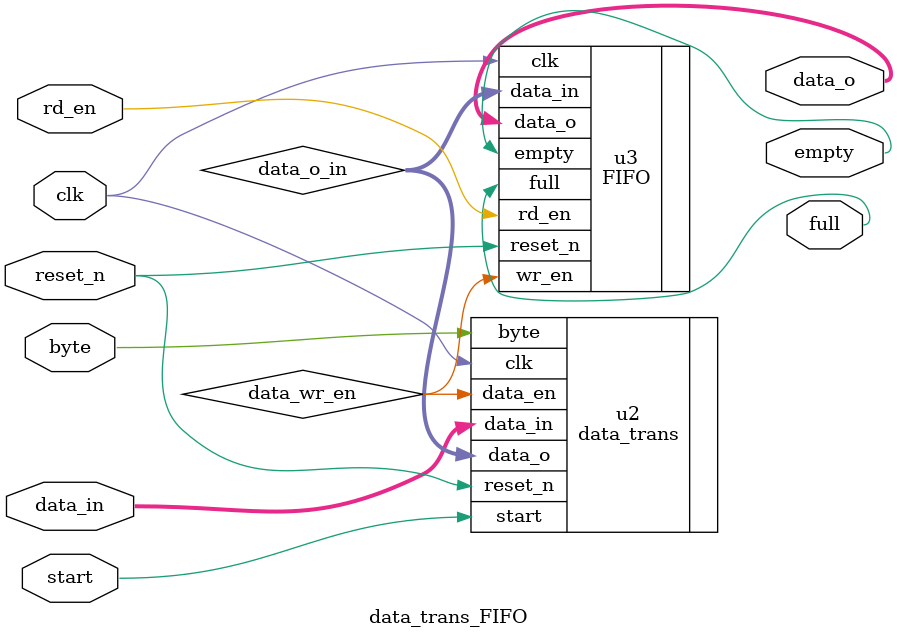
<source format=v>
module data_trans_FIFO(
     input wire reset_n, start, clk, byte,
     input wire [7 : 0] data_in,
     input wire rd_en,
     output wire [7 : 0] data_o,          //??????
     output wire empty,        //?????
     output wire full 
);
 wire [7 : 0] data_o_in;
 wire data_wr_en;

data_trans u2(.reset_n(reset_n),.start(start),.clk(clk),.byte(byte),.data_in(data_in),.data_o(data_o_in),.data_en(data_wr_en));
FIFO u3(.clk(clk), .reset_n(reset_n),.data_in(data_o_in), .rd_en(rd_en), .wr_en(data_wr_en) ,.data_o(data_o), .empty(empty), .full(full));

endmodule
</source>
